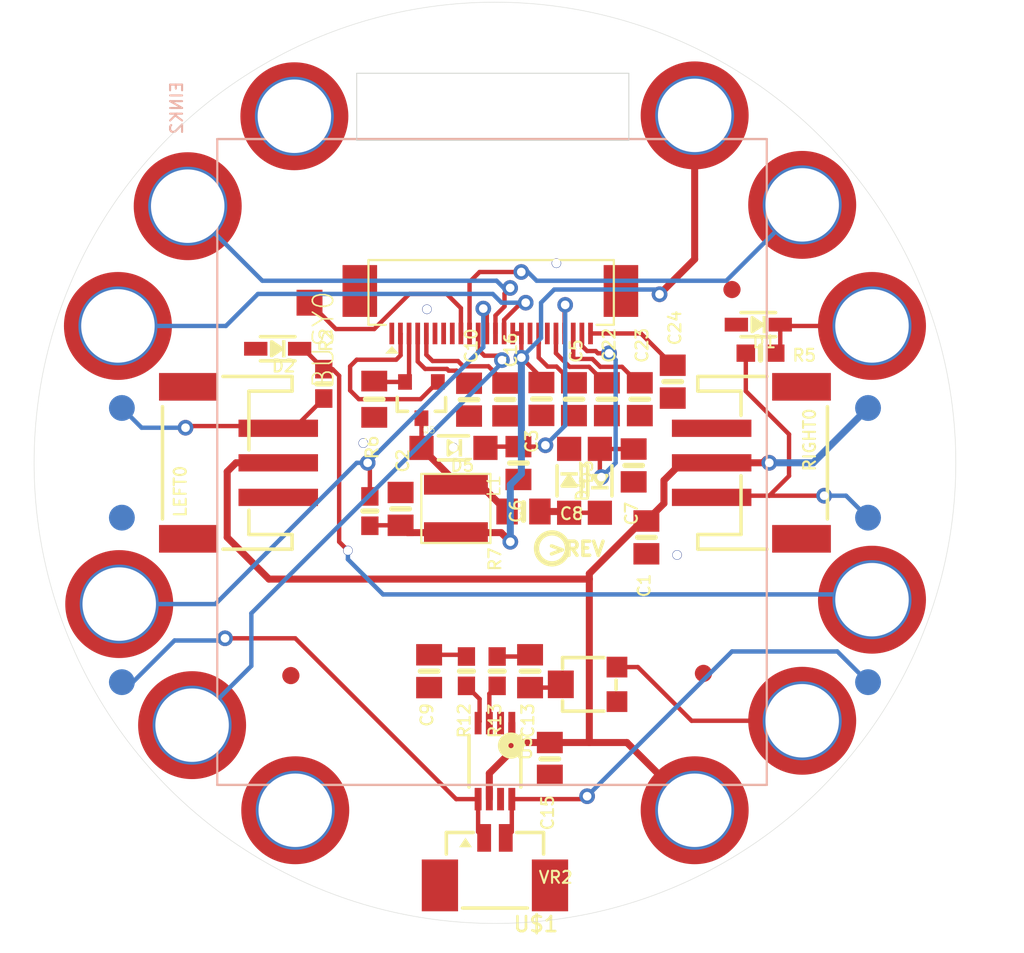
<source format=kicad_pcb>
(kicad_pcb (version 20211014) (generator pcbnew)
  (layers (0 "F.Cu" signal) (1 "In1.Cu" signal) (2 "In2.Cu" signal) (3 "In3.Cu" signal) (4 "In4.Cu" signal) (5 "In5.Cu" signal) (6 "In6.Cu" signal) (7 "In7.Cu" signal) (8 "In8.Cu" signal) (9 "In9.Cu" signal) (10 "In10.Cu" signal) (11 "In11.Cu" signal) (12 "In12.Cu" signal) (13 "In13.Cu" signal) (14 "In14.Cu" signal) (31 "B.Cu" signal) (34 "B.Paste" user) (35 "F.Paste" user) (36 "B.SilkS" user "B.Silkscreen") (37 "F.SilkS" user "F.Silkscreen") (38 "B.Mask" user) (39 "F.Mask" user) (44 "Edge.Cuts" user))
  (net 0 "")
  (net 1 "GND")
  (net 2 "3.3V")
  (net 3 "A0_SPEAKER")
  (net 4 "V+")
  (net 5 "N$19")
  (net 6 "N$20")
  (net 7 "N$21")
  (net 8 "N$22")
  (net 9 "N$23")
  (net 10 "SPKR+")
  (net 11 "SPKR-")
  (net 12 "A7_EINK_DC")
  (net 13 "VGH")
  (net 14 "VGL")
  (net 15 "A2")
  (net 16 "BUSY")
  (net 17 "A6_EINK_CS")
  (net 18 "GDR")
  (net 19 "RESE")
  (net 20 "N$4")
  (net 21 "N$5")
  (net 22 "N$6")
  (net 23 "N$27")
  (net 24 "N$33")
  (net 25 "N$2")
  (net 26 "N$3")
  (net 27 "N$9")
  (net 28 "A3_EINK_RST")
  (net 29 "SDA_MOSI")
  (net 30 "A1")
  (net 31 "SCL_SCK")
  (net 32 "A2_")
  (net 33 "A1_")
  (footprint "boardEagle:0603-NO" (layer "F.Cu") (at 138.5951 100.4316 90)
    (fp_text reference "R2" (at 1.778 0.127 90) (layer "F.SilkS") (effects (font (size 0.692831 0.692831) (thickness 0.119969)) (justify left)))
    (fp_text value "1K")
    (pad "1" smd rect (at -0.85 0 90) (size 1.075 1) (layers "F.Cu" "F.Paste" "F.Mask") (net 33 "A1_"))
    (pad "2" smd rect (at 0.85 0 90) (size 1.075 1) (layers "F.Cu" "F.Paste" "F.Mask") (net 30 "A1"))
  )
  (footprint "boardEagle:FIDUCIAL_1MM" (layer "F.Cu") (at 162.2171 94.9706)
    (fp_text reference "U$2" hide)
    (fp_text value "FIDUCIAL_1MM" hide)
    (pad "1" smd roundrect (at 0 0) (size 1 1) (layers "F.Cu" "F.Mask") (roundrect_rratio 0.5))
  )
  (footprint "boardEagle:0805-NO" (layer "F.Cu") (at 150.5331 117.0686 -90)
    (fp_text reference "C13" (at 1.778 0.127 90) (layer "F.SilkS") (effects (font (size 0.692831 0.692831) (thickness 0.119969)) (justify right)))
    (fp_text value "1uF")
    (pad "1" smd rect (at -0.95 0 270) (size 1.24 1.5) (layers "F.Cu" "F.Paste" "F.Mask") (net 8 "N$22"))
    (pad "2" smd rect (at 0.95 0 270) (size 1.24 1.5) (layers "F.Cu" "F.Paste" "F.Mask") (net 9 "N$23"))
  )
  (footprint "boardEagle:0805-NO" (layer "F.Cu") (at 147.0025 101.346 90)
    (fp_text reference "C10" (at 2.032 0.127 90) (layer "F.SilkS") (effects (font (size 0.692831 0.692831) (thickness 0.119969)) (justify left)))
    (fp_text value "1uF/10V")
    (pad "1" smd rect (at -0.95 0 90) (size 1.24 1.5) (layers "F.Cu" "F.Paste" "F.Mask") (net 1 "GND"))
    (pad "2" smd rect (at 0.95 0 90) (size 1.24 1.5) (layers "F.Cu" "F.Paste" "F.Mask") (net 27 "N$9"))
  )
  (footprint "boardEagle:JSTPH3" (layer "F.Cu") (at 163.7411 105.0036 -90)
    (fp_text reference "RIGHT0" (at -3.2225 -2.9685 90) (layer "F.SilkS") (effects (font (size 0.692831 0.692831) (thickness 0.119969)) (justify right)))
    (fp_text value "JST PH 3")
    (pad "1" smd rect (at -2 2.7 270) (size 1 4.6) (layers "F.Cu" "F.Paste" "F.Mask") (net 1 "GND"))
    (pad "2" smd rect (at 0 2.7 270) (size 1 4.6) (layers "F.Cu" "F.Paste" "F.Mask") (net 4 "V+"))
    (pad "3" smd rect (at 2 2.7 270) (size 1 4.6) (layers "F.Cu" "F.Paste" "F.Mask") (net 32 "A2_"))
    (pad "NC1" smd rect (at -4.4 -2.5) (size 3.4 1.6) (layers "F.Cu" "F.Paste" "F.Mask"))
    (pad "NC2" smd rect (at 4.4 -2.5) (size 3.4 1.6) (layers "F.Cu" "F.Paste" "F.Mask"))
  )
  (footprint "boardEagle:SMT_NUT_3MM" (layer "F.Cu") (at 126.6825 97.0788 90)
    (fp_text reference "TP11" hide)
    (fp_text value "SEWTAP_SMTNUTM3" hide)
    (fp_circle (center 0 0) (end 2.6162 0) (layer "F.Cu") (width 1.016) (fill none))
    (pad "P$1" thru_hole circle (at 0 0 90) (size 4.572 4.572) (drill 4.25) (layers *.Cu *.Mask) (net 29 "SDA_MOSI"))
  )
  (footprint "boardEagle:SOD-323" (layer "F.Cu") (at 163.7411 97.0026 180)
    (fp_text reference "D1" (at -1.1 -1) (layer "F.SilkS") (effects (font (size 0.692831 0.692831) (thickness 0.119969)) (justify right)))
    (fp_text value "3.6V")
    (pad "A" smd rect (at 1.27 0 180) (size 1.35 0.8) (layers "F.Cu" "F.Paste" "F.Mask") (net 1 "GND"))
    (pad "C" smd rect (at -1.27 0 180) (size 1.35 0.8) (layers "F.Cu" "F.Paste" "F.Mask") (net 15 "A2"))
  )
  (footprint "boardEagle:SMT_NUT_3MM" (layer "F.Cu") (at 166.2811 119.9388 90)
    (fp_text reference "TP9" hide)
    (fp_text value "SEWTAP_SMTNUTM3" hide)
    (fp_circle (center 0 0) (end 2.6162 0) (layer "F.Cu") (width 1.016) (fill none))
    (pad "P$1" thru_hole circle (at 0 0 90) (size 4.572 4.572) (drill 4.25) (layers *.Cu *.Mask) (net 3 "A0_SPEAKER"))
  )
  (footprint "boardEagle:0805-NO" (layer "F.Cu") (at 143.0401 107.6706 90)
    (fp_text reference "C2" (at 2.032 0.127 90) (layer "F.SilkS") (effects (font (size 0.692831 0.692831) (thickness 0.119969)) (justify left)))
    (fp_text value "10uF")
    (pad "1" smd rect (at -0.95 0 90) (size 1.24 1.5) (layers "F.Cu" "F.Paste" "F.Mask") (net 2 "3.3V"))
    (pad "2" smd rect (at 0.95 0 90) (size 1.24 1.5) (layers "F.Cu" "F.Paste" "F.Mask") (net 1 "GND"))
  )
  (footprint "boardEagle:SOD-123" (layer "F.Cu") (at 146.1008 104.14 180)
    (fp_text reference "D5" (at -1.27 -1.016) (layer "F.SilkS") (effects (font (size 0.692831 0.692831) (thickness 0.119969)) (justify right)))
    (fp_text value "MBR0530")
    (pad "A" smd rect (at 1.85 0 270) (size 1.4 1.4) (layers "F.Cu" "F.Paste" "F.Mask") (net 26 "N$3"))
    (pad "C" smd rect (at -1.85 0 270) (size 1.4 1.4) (layers "F.Cu" "F.Paste" "F.Mask") (net 13 "VGH"))
  )
  (footprint "boardEagle:53398-0271" (layer "F.Cu") (at 148.5011 127.9906 180)
    (fp_text reference "U$1" (at -3.75 -3.73) (layer "F.SilkS") (effects (font (size 0.866038 0.866038) (thickness 0.149962)) (justify right)))
    (fp_text value "CON_MOLEX_2P")
    (pad "1" smd rect (at 0.625 1.27) (size 0.8 1.6) (layers "F.Cu" "F.Paste" "F.Mask") (net 10 "SPKR+"))
    (pad "2" smd rect (at -0.625 1.27) (size 0.8 1.6) (layers "F.Cu" "F.Paste" "F.Mask") (net 11 "SPKR-"))
    (pad "M1" smd rect (at 3.185 -1.48 90) (size 3 2.1) (layers "F.Cu" "F.Paste" "F.Mask"))
    (pad "M2" smd rect (at -3.185 -1.48 90) (size 3 2.1) (layers "F.Cu" "F.Paste" "F.Mask"))
  )
  (footprint "boardEagle:SMT_NUT_3MM" (layer "F.Cu") (at 136.9441 125.1204 90)
    (fp_text reference "TP5" hide)
    (fp_text value "SEWTAP_SMTNUTM3" hide)
    (fp_circle (center 0 0) (end 2.6162 0) (layer "F.Cu") (width 1.016) (fill none))
    (pad "P$1" thru_hole circle (at 0 0 90) (size 4.572 4.572) (drill 4.25) (layers *.Cu *.Mask) (net 1 "GND"))
  )
  (footprint "boardEagle:SMT_NUT_3MM" (layer "F.Cu") (at 166.2811 90.0684 90)
    (fp_text reference "TP6" hide)
    (fp_text value "SEWTAP_SMTNUTM3" hide)
    (fp_circle (center 0 0) (end 2.6162 0) (layer "F.Cu") (width 1.016) (fill none))
    (pad "P$1" thru_hole circle (at 0 0 90) (size 4.572 4.572) (drill 4.25) (layers *.Cu *.Mask) (net 28 "A3_EINK_RST"))
  )
  (footprint "boardEagle:0805-NO" (layer "F.Cu") (at 150.1521 107.823)
    (fp_text reference "C8" (at 2.032 0.127) (layer "F.SilkS") (effects (font (size 0.692831 0.692831) (thickness 0.119969)) (justify left)))
    (fp_text value "10uF/25V")
    (pad "1" smd rect (at -0.95 0) (size 1.24 1.5) (layers "F.Cu" "F.Paste" "F.Mask") (net 26 "N$3"))
    (pad "2" smd rect (at 0.95 0) (size 1.24 1.5) (layers "F.Cu" "F.Paste" "F.Mask") (net 25 "N$2"))
  )
  (footprint "boardEagle:TRIMPOT_BOURNS_3303W" (layer "F.Cu") (at 153.9621 117.8306 90)
    (fp_text reference "VR2" (at -11.176 -0.889) (layer "F.SilkS") (effects (font (size 0.692831 0.692831) (thickness 0.119969)) (justify right)))
    (fp_text value "10K trim")
    (pad "1" smd rect (at -1 1.6 180) (size 1.2 1.2) (layers "F.Cu" "F.Paste" "F.Mask") (net 1 "GND"))
    (pad "2" smd rect (at 0 -1.65 90) (size 1.6 1.5) (layers "F.Cu" "F.Paste" "F.Mask") (net 9 "N$23"))
    (pad "3" smd rect (at 1 1.6 180) (size 1.2 1.2) (layers "F.Cu" "F.Paste" "F.Mask") (net 3 "A0_SPEAKER"))
  )
  (footprint "boardEagle:0805-NO" (layer "F.Cu") (at 156.5275 105.156 -90)
    (fp_text reference "C7" (at 2.032 0.127 90) (layer "F.SilkS") (effects (font (size 0.692831 0.692831) (thickness 0.119969)) (justify right)))
    (fp_text value "1uF/25V")
    (pad "1" smd rect (at -0.95 0 270) (size 1.24 1.5) (layers "F.Cu" "F.Paste" "F.Mask") (net 14 "VGL"))
    (pad "2" smd rect (at 0.95 0 270) (size 1.24 1.5) (layers "F.Cu" "F.Paste" "F.Mask") (net 1 "GND"))
  )
  (footprint "boardEagle:0805-NO" (layer "F.Cu") (at 153.0731 101.3206 90)
    (fp_text reference "C5" (at 2.032 0.127 90) (layer "F.SilkS") (effects (font (size 0.692831 0.692831) (thickness 0.119969)) (justify left)))
    (fp_text value "1uF/10V")
    (pad "1" smd rect (at -0.95 0 90) (size 1.24 1.5) (layers "F.Cu" "F.Paste" "F.Mask") (net 1 "GND"))
    (pad "2" smd rect (at 0.95 0 90) (size 1.24 1.5) (layers "F.Cu" "F.Paste" "F.Mask") (net 21 "N$5"))
  )
  (footprint "boardEagle:SMT_NUT_3MM" (layer "F.Cu") (at 160.0581 125.1204 90)
    (fp_text reference "TP3" hide)
    (fp_text value "SEWTAP_SMTNUTM3" hide)
    (fp_circle (center 0 0) (end 2.6162 0) (layer "F.Cu") (width 1.016) (fill none))
    (pad "P$1" thru_hole circle (at 0 0 90) (size 4.572 4.572) (drill 4.25) (layers *.Cu *.Mask) (net 4 "V+"))
  )
  (footprint "boardEagle:SOT23-3" (layer "F.Cu") (at 144.2466 101.3206 180)
    (fp_text reference "Q5" (at -0.8255 -1.778) (layer "F.SilkS") (effects (font (size 0.376489 0.376489) (thickness 0.029911)) (justify right)))
    (fp_text value "IRLML0100")
    (pad "1" smd rect (at -0.95 1 180) (size 0.8 0.9) (layers "F.Cu" "F.Paste" "F.Mask") (net 18 "GDR"))
    (pad "2" smd rect (at 0.95 1 180) (size 0.8 0.9) (layers "F.Cu" "F.Paste" "F.Mask") (net 19 "RESE"))
    (pad "3" smd rect (at 0 -1.1 180) (size 0.8 0.9) (layers "F.Cu" "F.Paste" "F.Mask") (net 26 "N$3"))
  )
  (footprint "boardEagle:SOD-123" (layer "F.Cu") (at 152.7937 106.045 -90)
    (fp_text reference "D3" (at -1.27 -1.016 90) (layer "F.SilkS") (effects (font (size 0.692831 0.692831) (thickness 0.119969)) (justify right)))
    (fp_text value "MBR0530")
    (pad "A" smd rect (at 1.85 0) (size 1.4 1.4) (layers "F.Cu" "F.Paste" "F.Mask") (net 25 "N$2"))
    (pad "C" smd rect (at -1.85 0) (size 1.4 1.4) (layers "F.Cu" "F.Paste" "F.Mask") (net 1 "GND"))
  )
  (footprint "boardEagle:0603-NO" (layer "F.Cu") (at 141.2621 107.7976 -90)
    (fp_text reference "R7" (at 2.032 -7.239 90) (layer "F.SilkS") (effects (font (size 0.692831 0.692831) (thickness 0.119969)) (justify right)))
    (fp_text value "100K")
    (pad "1" smd rect (at -0.85 0 270) (size 1.075 1) (layers "F.Cu" "F.Paste" "F.Mask") (net 17 "A6_EINK_CS"))
    (pad "2" smd rect (at 0.85 0 270) (size 1.075 1) (layers "F.Cu" "F.Paste" "F.Mask") (net 2 "3.3V"))
  )
  (footprint "boardEagle:0805-NO" (layer "F.Cu") (at 158.7881 100.3046 90)
    (fp_text reference "C24" (at 2.032 0.127 90) (layer "F.SilkS") (effects (font (size 0.692831 0.692831) (thickness 0.119969)) (justify left)))
    (fp_text value "1uF")
    (pad "1" smd rect (at -0.95 0 90) (size 1.24 1.5) (layers "F.Cu" "F.Paste" "F.Mask") (net 1 "GND"))
    (pad "2" smd rect (at 0.95 0 90) (size 1.24 1.5) (layers "F.Cu" "F.Paste" "F.Mask") (net 24 "N$33"))
  )
  (footprint "boardEagle:FIDUCIAL_1MM" (layer "F.Cu") (at 160.5661 117.1956)
    (fp_text reference "U$6" hide)
    (fp_text value "FIDUCIAL_1MM" hide)
    (pad "1" smd roundrect (at 0 0) (size 1 1) (layers "F.Cu" "F.Mask") (roundrect_rratio 0.5))
  )
  (footprint "boardEagle:0603-NO" (layer "F.Cu") (at 148.6281 117.0686 -90)
    (fp_text reference "R13" (at 1.778 0.127 90) (layer "F.SilkS") (effects (font (size 0.692831 0.692831) (thickness 0.119969)) (justify right)))
    (fp_text value "100")
    (pad "1" smd rect (at -0.85 0 270) (size 1.075 1) (layers "F.Cu" "F.Paste" "F.Mask") (net 8 "N$22"))
    (pad "2" smd rect (at 0.85 0 270) (size 1.075 1) (layers "F.Cu" "F.Paste" "F.Mask") (net 6 "N$20"))
  )
  (footprint "boardEagle:0603-NO" (layer "F.Cu") (at 163.8681 98.6536)
    (fp_text reference "R5" (at 1.778 0.127) (layer "F.SilkS") (effects (font (size 0.692831 0.692831) (thickness 0.119969)) (justify left)))
    (fp_text value "1K")
    (pad "1" smd rect (at -0.85 0) (size 1.075 1) (layers "F.Cu" "F.Paste" "F.Mask") (net 32 "A2_"))
    (pad "2" smd rect (at 0.85 0) (size 1.075 1) (layers "F.Cu" "F.Paste" "F.Mask") (net 15 "A2"))
  )
  (footprint "boardEagle:0805-NO" (layer "F.Cu") (at 151.1895 101.307 90)
    (fp_text reference "C3" (at -1.694 -0.5635 90) (layer "F.SilkS") (effects (font (size 0.692831 0.692831) (thickness 0.119969)) (justify right)))
    (fp_text value "10uF/10V+")
    (pad "1" smd rect (at -0.95 0 90) (size 1.24 1.5) (layers "F.Cu" "F.Paste" "F.Mask") (net 1 "GND"))
    (pad "2" smd rect (at 0.95 0 90) (size 1.24 1.5) (layers "F.Cu" "F.Paste" "F.Mask") (net 2 "3.3V"))
  )
  (footprint "boardEagle:FIDUCIAL_1MM" (layer "F.Cu") (at 136.6901 117.3226)
    (fp_text reference "U$3" hide)
    (fp_text value "FIDUCIAL_1MM" hide)
    (pad "1" smd roundrect (at 0 0) (size 1 1) (layers "F.Cu" "F.Mask") (roundrect_rratio 0.5))
  )
  (footprint "boardEagle:MSOP8_0.65MM" (layer "F.Cu") (at 148.5011 122.2756 180)
    (fp_text reference "U5" (at -1.778 1.524 90) (layer "F.SilkS") (effects (font (size 0.692831 0.692831) (thickness 0.119969)) (justify right)))
    (fp_text value "PAM8302AASCR")
    (pad "1" smd rect (at -0.975 2.2 270) (size 1.3 0.4) (layers "F.Cu" "F.Paste" "F.Mask") (net 4 "V+"))
    (pad "2" smd rect (at -0.325 2.2 270) (size 1.3 0.4) (layers "F.Cu" "F.Paste" "F.Mask"))
    (pad "3" smd rect (at 0.325 2.2 270) (size 1.3 0.4) (layers "F.Cu" "F.Paste" "F.Mask") (net 6 "N$20"))
    (pad "4" smd rect (at 0.975 2.2 270) (size 1.3 0.4) (layers "F.Cu" "F.Paste" "F.Mask") (net 5 "N$19"))
    (pad "5" smd rect (at 0.975 -2.2 270) (size 1.3 0.4) (layers "F.Cu" "F.Paste" "F.Mask") (net 10 "SPKR+"))
    (pad "6" smd rect (at 0.325 -2.2 270) (size 1.3 0.4) (layers "F.Cu" "F.Paste" "F.Mask") (net 4 "V+"))
    (pad "7" smd rect (at -0.325 -2.2 270) (size 1.3 0.4) (layers "F.Cu" "F.Paste" "F.Mask") (net 1 "GND"))
    (pad "8" smd rect (at -0.975 -2.2 270) (size 1.3 0.4) (layers "F.Cu" "F.Paste" "F.Mask") (net 11 "SPKR-"))
  )
  (footprint "boardEagle:0805-NO" (layer "F.Cu") (at 154.9781 101.3206 90)
    (fp_text reference "C22" (at 2.032 0.127 90) (layer "F.SilkS") (effects (font (size 0.692831 0.692831) (thickness 0.119969)) (justify left)))
    (fp_text value "1uF/25V")
    (pad "1" smd rect (at -0.95 0 90) (size 1.24 1.5) (layers "F.Cu" "F.Paste" "F.Mask") (net 1 "GND"))
    (pad "2" smd rect (at 0.95 0 90) (size 1.24 1.5) (layers "F.Cu" "F.Paste" "F.Mask") (net 22 "N$6"))
  )
  (footprint "boardEagle:0805-NO" (layer "F.Cu") (at 149.0959 101.3342 90)
    (fp_text reference "C16" (at 1.778 0.3175 90) (layer "F.SilkS") (effects (font (size 0.692831 0.692831) (thickness 0.119969)) (justify left)))
    (fp_text value "1uF")
    (pad "1" smd rect (at -0.95 0 90) (size 1.24 1.5) (layers "F.Cu" "F.Paste" "F.Mask") (net 1 "GND"))
    (pad "2" smd rect (at 0.95 0 90) (size 1.24 1.5) (layers "F.Cu" "F.Paste" "F.Mask") (net 20 "N$4"))
  )
  (footprint "boardEagle:SMT_NUT_3MM" (layer "F.Cu") (at 170.3197 97.0788 90)
    (fp_text reference "TP7" hide)
    (fp_text value "SEWTAP_SMTNUTM3" hide)
    (fp_circle (center 0 0) (end 2.6162 0) (layer "F.Cu") (width 1.016) (fill none))
    (pad "P$1" thru_hole circle (at 0 0 90) (size 4.572 4.572) (drill 4.25) (layers *.Cu *.Mask) (net 15 "A2"))
  )
  (footprint "boardEagle:JSTPH3" (layer "F.Cu") (at 133.2611 105.0036 90)
    (fp_text reference "LEFT0" (at -3.2225 -2.9685 90) (layer "F.SilkS") (effects (font (size 0.692831 0.692831) (thickness 0.119969)) (justify left)))
    (fp_text value "JST PH 3")
    (pad "1" smd rect (at -2 2.7 90) (size 1 4.6) (layers "F.Cu" "F.Paste" "F.Mask") (net 1 "GND"))
    (pad "2" smd rect (at 0 2.7 90) (size 1 4.6) (layers "F.Cu" "F.Paste" "F.Mask") (net 4 "V+"))
    (pad "3" smd rect (at 2 2.7 90) (size 1 4.6) (layers "F.Cu" "F.Paste" "F.Mask") (net 33 "A1_"))
    (pad "NC1" smd rect (at -4.4 -2.5 180) (size 3.4 1.6) (layers "F.Cu" "F.Paste" "F.Mask"))
    (pad "NC2" smd rect (at 4.4 -2.5 180) (size 3.4 1.6) (layers "F.Cu" "F.Paste" "F.Mask"))
  )
  (footprint "boardEagle:SOD-123" (layer "F.Cu") (at 154.5717 106.045 90)
    (fp_text reference "D4" (at -1.27 -1.016 90) (layer "F.SilkS") (effects (font (size 0.692831 0.692831) (thickness 0.119969)) (justify left)))
    (fp_text value "MBR0530")
    (pad "A" smd rect (at 1.85 0 180) (size 1.4 1.4) (layers "F.Cu" "F.Paste" "F.Mask") (net 14 "VGL"))
    (pad "C" smd rect (at -1.85 0 180) (size 1.4 1.4) (layers "F.Cu" "F.Paste" "F.Mask") (net 25 "N$2"))
  )
  (footprint "boardEagle:0805-NO" (layer "F.Cu") (at 151.6761 122.1486 -90)
    (fp_text reference "C15" (at 2.032 0.127 90) (layer "F.SilkS") (effects (font (size 0.692831 0.692831) (thickness 0.119969)) (justify right)))
    (fp_text value "10uF")
    (pad "1" smd rect (at -0.95 0 270) (size 1.24 1.5) (layers "F.Cu" "F.Paste" "F.Mask") (net 4 "V+"))
    (pad "2" smd rect (at 0.95 0 270) (size 1.24 1.5) (layers "F.Cu" "F.Paste" "F.Mask") (net 1 "GND"))
  )
  (footprint "boardEagle:0603-NO" (layer "F.Cu") (at 146.8501 117.0686 -90)
    (fp_text reference "R12" (at 1.778 0.127 90) (layer "F.SilkS") (effects (font (size 0.692831 0.692831) (thickness 0.119969)) (justify right)))
    (fp_text value "100")
    (pad "1" smd rect (at -0.85 0 270) (size 1.075 1) (layers "F.Cu" "F.Paste" "F.Mask") (net 7 "N$21"))
    (pad "2" smd rect (at 0.85 0 270) (size 1.075 1) (layers "F.Cu" "F.Paste" "F.Mask") (net 5 "N$19"))
  )
  (footprint "boardEagle:0805-NO" (layer "F.Cu") (at 156.8831 101.3206 90)
    (fp_text reference "C23" (at 2.032 0.127 90) (layer "F.SilkS") (effects (font (size 0.692831 0.692831) (thickness 0.119969)) (justify left)))
    (fp_text value "1uF/25V")
    (pad "1" smd rect (at -0.95 0 90) (size 1.24 1.5) (layers "F.Cu" "F.Paste" "F.Mask") (net 1 "GND"))
    (pad "2" smd rect (at 0.95 0 90) (size 1.24 1.5) (layers "F.Cu" "F.Paste" "F.Mask") (net 23 "N$27"))
  )
  (footprint "boardEagle:0805_10MGAP" (layer "F.Cu") (at 141.5161 101.3206 -90)
    (fp_text reference "R6" (at 2.032 0.127 90) (layer "F.SilkS") (effects (font (size 0.692831 0.692831) (thickness 0.119969)) (justify right)))
    (fp_text value ".47ohm")
    (pad "1" smd rect (at -1.05 0 270) (size 1.2 1.5) (layers "F.Cu" "F.Paste" "F.Mask") (net 19 "RESE"))
    (pad "2" smd rect (at 1.05 0 270) (size 1.2 1.5) (layers "F.Cu" "F.Paste" "F.Mask") (net 1 "GND"))
  )
  (footprint "boardEagle:SMT_NUT_3MM" (layer "F.Cu") (at 160.0581 84.8868 90)
    (fp_text reference "TP2" hide)
    (fp_text value "SEWTAP_SMTNUTM3" hide)
    (fp_circle (center 0 0) (end 2.6162 0) (layer "F.Cu") (width 1.016) (fill none))
    (pad "P$1" thru_hole circle (at 0 0 90) (size 4.572 4.572) (drill 4.25) (layers *.Cu *.Mask) (net 2 "3.3V"))
  )
  (footprint "boardEagle:PCBFEAT-REV-040" (layer "F.Cu") (at 151.8031 109.9566)
    (fp_text reference "U$7" hide)
    (fp_text value "" hide)
    (fp_text user ">REV" (at -0.3556 0.508) (layer "F.SilkS") (effects (font (size 0.8128 0.8128) (thickness 0.2032)) (justify left bottom)))
  )
  (footprint "boardEagle:0805-NO" (layer "F.Cu") (at 157.2641 109.3216 -90)
    (fp_text reference "C1" (at 2.032 0.127 90) (layer "F.SilkS") (effects (font (size 0.692831 0.692831) (thickness 0.119969)) (justify right)))
    (fp_text value "10uF")
    (pad "1" smd rect (at -0.95 0 270) (size 1.24 1.5) (layers "F.Cu" "F.Paste" "F.Mask") (net 4 "V+"))
    (pad "2" smd rect (at 0.95 0 270) (size 1.24 1.5) (layers "F.Cu" "F.Paste" "F.Mask") (net 1 "GND"))
  )
  (footprint "boardEagle:SMT_NUT_3MM" (layer "F.Cu") (at 126.7587 113.1824 90)
    (fp_text reference "TP12" hide)
    (fp_text value "SEWTAP_SMTNUTM3" hide)
    (fp_circle (center 0 0) (end 2.6162 0) (layer "F.Cu") (width 1.016) (fill none))
    (pad "P$1" thru_hole circle (at 0 0 90) (size 4.572 4.572) (drill 4.25) (layers *.Cu *.Mask) (net 17 "A6_EINK_CS"))
  )
  (footprint "boardEagle:0805-NO" (layer "F.Cu") (at 144.6911 117.0686 -90)
    (fp_text reference "C9" (at 1.778 0.127 90) (layer "F.SilkS") (effects (font (size 0.692831 0.692831) (thickness 0.119969)) (justify right)))
    (fp_text value "1uF")
    (pad "1" smd rect (at -0.95 0 270) (size 1.24 1.5) (layers "F.Cu" "F.Paste" "F.Mask") (net 7 "N$21"))
    (pad "2" smd rect (at 0.95 0 270) (size 1.24 1.5) (layers "F.Cu" "F.Paste" "F.Mask") (net 1 "GND"))
  )
  (footprint "boardEagle:SMT_NUT_3MM" (layer "F.Cu") (at 130.7211 90.1446 90)
    (fp_text reference "TP10" hide)
    (fp_text value "SEWTAP_SMTNUTM3" hide)
    (fp_circle (center 0 0) (end 2.6162 0) (layer "F.Cu") (width 1.016) (fill none))
    (pad "P$1" thru_hole circle (at 0 0 90) (size 4.572 4.572) (drill 4.25) (layers *.Cu *.Mask) (net 31 "SCL_SCK"))
  )
  (footprint "boardEagle:INDUCTOR_4X4MM_NR401" (layer "F.Cu") (at 146.2405 107.6452 -90)
    (fp_text reference "L1" (at -2 -2.2 90) (layer "F.SilkS") (effects (font (size 0.726968 0.726968) (thickness 0.085832)) (justify right)))
    (fp_text value "10uH")
    (pad "P$1" smd rect (at -1.4 0 270) (size 1.2 3.7) (layers "F.Cu" "F.Paste" "F.Mask") (net 26 "N$3"))
    (pad "P$2" smd rect (at 1.4 0 270) (size 1.2 3.7) (layers "F.Cu" "F.Paste" "F.Mask") (net 2 "3.3V"))
  )
  (footprint "boardEagle:EINKGIZMO_BACK" (layer "F.Cu") (at 121.8311 131.6736)
    (fp_text reference "U$4" hide)
    (fp_text value "" hide)
  )
  (footprint "boardEagle:TP15SQ" (layer "F.Cu") (at 137.7696 95.7326 -90)
    (fp_text reference "BUSY0" (at -0.7501 -0.8001 90) (layer "F.SilkS") (effects (font (size 1.176528 1.176528) (thickness 0.093472)) (justify right)))
    (fp_text value "TPTP15SQ")
    (pad "TP" smd rect (at 0 0 270) (size 1.5 1.5) (layers "F.Cu" "F.Mask") (net 16 "BUSY"))
  )
  (footprint "boardEagle:0805-NO" (layer "F.Cu") (at 149.86 105.0163 -90)
    (fp_text reference "C6" (at 2.032 0.127 90) (layer "F.SilkS") (effects (font (size 0.692831 0.692831) (thickness 0.119969)) (justify right)))
    (fp_text value "1uF/25V")
    (pad "1" smd rect (at -0.95 0 270) (size 1.24 1.5) (layers "F.Cu" "F.Paste" "F.Mask") (net 13 "VGH"))
    (pad "2" smd rect (at 0.95 0 270) (size 1.24 1.5) (layers "F.Cu" "F.Paste" "F.Mask") (net 1 "GND"))
  )
  (footprint "boardEagle:SMT_NUT_3MM" (layer "F.Cu") (at 130.9751 120.1928 90)
    (fp_text reference "TP13" hide)
    (fp_text value "SEWTAP_SMTNUTM3" hide)
    (fp_circle (center 0 0) (end 2.6162 0) (layer "F.Cu") (width 1.016) (fill none))
    (pad "P$1" thru_hole circle (at 0 0 90) (size 4.572 4.572) (drill 4.25) (layers *.Cu *.Mask) (net 12 "A7_EINK_DC"))
  )
  (footprint "boardEagle:SMT_NUT_3MM" (layer "F.Cu") (at 136.8933 84.9376 90)
    (fp_text reference "TP4" hide)
    (fp_text value "SEWTAP_SMTNUTM3" hide)
    (fp_circle (center 0 0) (end 2.6162 0) (layer "F.Cu") (width 1.016) (fill none))
    (pad "P$1" thru_hole circle (at 0 0 90) (size 4.572 4.572) (drill 4.25) (layers *.Cu *.Mask) (net 1 "GND"))
  )
  (footprint "boardEagle:SMT_NUT_3MM" (layer "F.Cu") (at 170.3197 112.9284 90)
    (fp_text reference "TP8" hide)
    (fp_text value "SEWTAP_SMTNUTM3" hide)
    (fp_circle (center 0 0) (end 2.6162 0) (layer "F.Cu") (width 1.016) (fill none))
    (pad "P$1" thru_hole circle (at 0 0 90) (size 4.572 4.572) (drill 4.25) (layers *.Cu *.Mask) (net 30 "A1"))
  )
  (footprint "boardEagle:SOD-323" (layer "F.Cu") (at 135.9281 98.3996 180)
    (fp_text reference "D2" (at -1.1 -1) (layer "F.SilkS") (effects (font (size 0.692831 0.692831) (thickness 0.119969)) (justify right)))
    (fp_text value "3.6V")
    (pad "A" smd rect (at 1.27 0 180) (size 1.35 0.8) (layers "F.Cu" "F.Paste" "F.Mask") (net 1 "GND"))
    (pad "C" smd rect (at -1.27 0 180) (size 1.35 0.8) (layers "F.Cu" "F.Paste" "F.Mask") (net 30 "A1"))
  )
  (footprint "boardEagle:EINKGIZMO_FRONT" (layer "B.Cu") (at 175.1711 131.6736 180)
    (fp_text reference "U$8" hide)
    (fp_text value "" hide)
  )
  (footprint "boardEagle:TESTPOINT_ROUND_1.5MM_NO" (layer "B.Cu") (at 170.0911 108.1786 180)
    (fp_text reference "TP14" hide)
    (fp_text value "" hide)
    (pad "P$1" smd roundrect (at 0 0 180) (size 1.5 1.5) (layers "B.Cu" "B.Mask") (roundrect_rratio 0.5) (net 32 "A2_"))
  )
  (footprint "boardEagle:EINK_154IN" (layer "B.Cu") (at 134.5311 93.9546 -90)
    (fp_text reference "EINK2" (at -7.9 4.45 -270) (layer "B.SilkS") (effects (font (size 0.692831 0.692831) (thickness 0.119969)) (justify right mirror)))
    (fp_text value "EINK_24PIN_154IN")
    (pad "1" smd rect (at 3.56 -8) (size 0.275 1.25) (layers "F.Cu" "F.Paste" "F.Mask"))
    (pad "2" smd rect (at 3.56 -8.5) (size 0.275 1.25) (layers "F.Cu" "F.Paste" "F.Mask") (net 18 "GDR"))
    (pad "3" smd rect (at 3.56 -9) (size 0.275 1.25) (layers "F.Cu" "F.Paste" "F.Mask") (net 19 "RESE"))
    (pad "4" smd rect (at 3.56 -9.5) (size 0.275 1.25) (layers "F.Cu" "F.Paste" "F.Mask") (net 27 "N$9"))
    (pad "5" smd rect (at 3.56 -10) (size 0.275 1.25) (layers "F.Cu" "F.Paste" "F.Mask") (net 20 "N$4"))
    (pad "6" smd rect (at 3.56 -10.5) (size 0.275 1.25) (layers "F.Cu" "F.Paste" "F.Mask"))
    (pad "7" smd rect (at 3.56 -11) (size 0.275 1.25) (layers "F.Cu" "F.Paste" "F.Mask"))
    (pad "8" smd rect (at 3.56 -11.5) (size 0.275 1.25) (layers "F.Cu" "F.Paste" "F.Mask") (net 1 "GND"))
    (pad "9" smd rect (at 3.56 -12) (size 0.275 1.25) (layers "F.Cu" "F.Paste" "F.Mask") (net 16 "BUSY"))
    (pad "10" smd rect (at 3.56 -12.5) (size 0.275 1.25) (layers "F.Cu" "F.Paste" "F.Mask") (net 28 "A3_EINK_RST"))
    (pad "11" smd rect (at 3.56 -13) (size 0.275 1.25) (layers "F.Cu" "F.Paste" "F.Mask") (net 12 "A7_EINK_DC"))
    (pad "12" smd rect (at 3.56 -13.5) (size 0.275 1.25) (layers "F.Cu" "F.Paste" "F.Mask") (net 17 "A6_EINK_CS"))
    (pad "13" smd rect (at 3.56 -14) (size 0.275 1.25) (layers "F.Cu" "F.Paste" "F.Mask") (net 31 "SCL_SCK"))
    (pad "14" smd rect (at 3.56 -14.5) (size 0.275 1.25) (layers "F.Cu" "F.Paste" "F.Mask") (net 29 "SDA_MOSI"))
    (pad "15" smd rect (at 3.56 -15) (size 0.275 1.25) (layers "F.Cu" "F.Paste" "F.Mask") (net 2 "3.3V"))
    (pad "16" smd rect (at 3.56 -15.5) (size 0.275 1.25) (layers "F.Cu" "F.Paste" "F.Mask") (net 2 "3.3V"))
    (pad "17" smd rect (at 3.56 -16) (size 0.275 1.25) (layers "F.Cu" "F.Paste" "F.Mask") (net 1 "GND"))
    (pad "18" smd rect (at 3.56 -16.5) (size 0.275 1.25) (layers "F.Cu" "F.Paste" "F.Mask") (net 21 "N$5"))
    (pad "19" smd rect (at 3.56 -17) (size 0.275 1.25) (layers "F.Cu" "F.Paste" "F.Mask"))
    (pad "20" smd rect (at 3.56 -17.5) (size 0.275 1.25) (layers "F.Cu" "F.Paste" "F.Mask") (net 22 "N$6"))
    (pad "21" smd rect (at 3.56 -18) (size 0.275 1.25) (layers "F.Cu" "F.Paste" "F.Mask") (net 13 "VGH"))
    (pad "22" smd rect (at 3.56 -18.5) (size 0.275 1.25) (layers "F.Cu" "F.Paste" "F.Mask") (net 23 "N$27"))
    (pad "23" smd rect (at 3.56 -19) (size 0.275 1.25) (layers "F.Cu" "F.Paste" "F.Mask") (net 14 "VGL"))
    (pad "24" smd rect (at 3.56 -19.5) (size 0.275 1.25) (layers "F.Cu" "F.Paste" "F.Mask") (net 24 "N$33"))
    (pad "SPRT1" smd rect (at 1.1 -6.15 270) (size 3 2) (layers "F.Cu" "F.Paste" "F.Mask"))
    (pad "SPRT2" smd rect (at 1.1 -21.26 270) (size 3 2) (layers "F.Cu" "F.Paste" "F.Mask"))
  )
  (footprint "boardEagle:TESTPOINT_ROUND_1.5MM_NO" (layer "B.Cu") (at 170.0911 101.8286 180)
    (fp_text reference "TP17" hide)
    (fp_text value "" hide)
    (pad "P$1" smd roundrect (at 0 0 180) (size 1.5 1.5) (layers "B.Cu" "B.Mask") (roundrect_rratio 0.5) (net 4 "V+"))
  )
  (footprint "boardEagle:TESTPOINT_ROUND_1.5MM_NO" (layer "B.Cu") (at 126.9111 101.8286 180)
    (fp_text reference "TP1" hide)
    (fp_text value "" hide)
    (pad "P$1" smd roundrect (at 0 0 180) (size 1.5 1.5) (layers "B.Cu" "B.Mask") (roundrect_rratio 0.5) (net 33 "A1_"))
  )
  (footprint "boardEagle:TESTPOINT_ROUND_1.5MM_NO" (layer "B.Cu") (at 126.9111 117.7036 180)
    (fp_text reference "TP15" hide)
    (fp_text value "" hide)
    (pad "P$1" smd roundrect (at 0 0 180) (size 1.5 1.5) (layers "B.Cu" "B.Mask") (roundrect_rratio 0.5) (net 10 "SPKR+"))
  )
  (footprint "boardEagle:TESTPOINT_ROUND_1.5MM_NO" (layer "B.Cu") (at 126.9111 108.1786 180)
    (fp_text reference "TP18" hide)
    (fp_text value "" hide)
    (pad "P$1" smd roundrect (at 0 0 180) (size 1.5 1.5) (layers "B.Cu" "B.Mask") (roundrect_rratio 0.5) (net 1 "GND"))
  )
  (footprint "boardEagle:TESTPOINT_ROUND_1.5MM_NO" (layer "B.Cu") (at 170.0911 117.7036 180)
    (fp_text reference "TP16" hide)
    (fp_text value "" hide)
    (pad "P$1" smd roundrect (at 0 0 180) (size 1.5 1.5) (layers "B.Cu" "B.Mask") (roundrect_rratio 0.5) (net 11 "SPKR-"))
  )
  (gr_line (start 140.5001 82.4484) (end 156.2481 82.4484) (layer "Edge.Cuts") (width 0.05))
  (gr_line (start 140.5001 86.3346) (end 140.5001 82.4484) (layer "Edge.Cuts") (width 0.05))
  (gr_circle (center 148.5011 105.0036) (end 175.1711 105.0036) (layer "Edge.Cuts") (width 0.0254) (fill none))
  (gr_line (start 156.2481 86.3346) (end 140.5001 86.3346) (layer "Edge.Cuts") (width 0.05))
  (gr_line (start 156.2481 82.4484) (end 156.2481 86.3346) (layer "Edge.Cuts") (width 0.05))
  (via (at 159.0421 110.3376) (size 0.55) (drill 0.5) (layers "F.Cu" "B.Cu") (net 1))
  (via (at 152.0571 93.4466) (size 0.55) (drill 0.5) (layers "F.Cu" "B.Cu") (net 1))
  (via (at 146.0881 104.1146) (size 0.55) (drill 0.5) (layers "F.Cu" "B.Cu") (net 1))
  (via (at 140.8811 103.8606) (size 0.55) (drill 0.5) (layers "F.Cu" "B.Cu") (net 1))
  (via (at 144.5641 96.1136) (size 0.55) (drill 0.5) (layers "F.Cu" "B.Cu") (net 1))
  (segment (start 150.0311 97.5146) (end 150.0311 98.9136) (width 0.254) (layer "F.Cu") (net 2))
  (segment (start 150.0311 98.9136) (end 151.1895 100.072) (width 0.254) (layer "F.Cu") (net 2))
  (segment (start 146.2405 109.0452) (end 148.8597 109.0452) (width 0.4064) (layer "F.Cu") (net 2))
  (segment (start 151.1895 100.072) (end 151.1895 100.357) (width 0.254) (layer "F.Cu") (net 2))
  (segment (start 160.0581 93.214) (end 158.0261 95.246) (width 0.4064) (layer "F.Cu") (net 2))
  (segment (start 149.5311 97.5146) (end 150.0311 97.5146) (width 0.254) (layer "F.Cu") (net 2))
  (segment (start 146.2405 109.0452) (end 143.4647 109.0452) (width 0.4064) (layer "F.Cu") (net 2))
  (segment (start 143.4647 109.0452) (end 143.0401 108.6206) (width 0.4064) (layer "F.Cu") (net 2))
  (segment (start 160.0581 84.8868) (end 160.0581 93.214) (width 0.4064) (layer "F.Cu") (net 2))
  (segment (start 143.0401 108.6206) (end 141.2891 108.6206) (width 0.254) (layer "F.Cu") (net 2))
  (segment (start 141.2891 108.6206) (end 141.2621 108.6476) (width 0.254) (layer "F.Cu") (net 2))
  (segment (start 148.8597 109.0452) (end 149.3901 109.5756) (width 0.4064) (layer "F.Cu") (net 2))
  (via (at 149.3901 109.5756) (size 0.9064) (drill 0.5) (layers "F.Cu" "B.Cu") (net 2))
  (via (at 158.0261 95.246) (size 0.9064) (drill 0.5) (layers "F.Cu" "B.Cu") (net 2))
  (via (at 150.0311 98.9136) (size 0.9064) (drill 0.5) (layers "F.Cu" "B.Cu") (net 2))
  (segment (start 150.0311 98.9136) (end 151.1681 97.7766) (width 0.254) (layer "B.Cu") (net 2))
  (segment (start 151.9301 94.9706) (end 157.7507 94.9706) (width 0.254) (layer "B.Cu") (net 2))
  (segment (start 149.3901 106.2736) (end 150.0311 105.6326) (width 0.4064) (layer "B.Cu") (net 2))
  (segment (start 149.3901 109.5756) (end 149.3901 106.2736) (width 0.4064) (layer "B.Cu") (net 2))
  (segment (start 151.1681 95.7326) (end 151.9301 94.9706) (width 0.254) (layer "B.Cu") (net 2))
  (segment (start 150.0311 105.6326) (end 150.0311 98.9136) (width 0.4064) (layer "B.Cu") (net 2))
  (segment (start 157.7507 94.9706) (end 158.0261 95.246) (width 0.254) (layer "B.Cu") (net 2))
  (segment (start 151.1681 97.7766) (end 151.1681 95.7326) (width 0.254) (layer "B.Cu") (net 2))
  (segment (start 166.2811 119.9388) (end 159.8803 119.9388) (width 0.254) (layer "F.Cu") (net 3))
  (segment (start 159.8803 119.9388) (end 156.7721 116.8306) (width 0.254) (layer "F.Cu") (net 3))
  (segment (start 156.7721 116.8306) (end 155.5621 116.8306) (width 0.254) (layer "F.Cu") (net 3))
  (segment (start 151.6761 121.1986) (end 149.5421 121.1986) (width 0.4064) (layer "F.Cu") (net 4))
  (segment (start 148.1761 124.4756) (end 148.1761 122.9816) (width 0.4064) (layer "F.Cu") (net 4))
  (segment (start 157.0101 108.3716) (end 153.9621 111.4196) (width 0.4064) (layer "F.Cu") (net 4))
  (segment (start 153.9621 121.1986) (end 151.6761 121.1986) (width 0.4064) (layer "F.Cu") (net 4))
  (segment (start 157.0101 108.3716) (end 157.2641 108.3716) (width 0.4064) (layer "F.Cu") (net 4))
  (segment (start 164.1856 104.8131) (end 164.3761 105.0036) (width 0.4064) (layer "F.Cu") (net 4))
  (segment (start 133.0071 109.3216) (end 135.4201 111.7346) (width 0.4064) (layer "F.Cu") (net 4))
  (segment (start 158.2801 107.3556) (end 157.2641 108.3716) (width 0.4064) (layer "F.Cu") (net 4))
  (segment (start 153.9621 121.1986) (end 153.9621 111.7346) (width 0.4064) (layer "F.Cu") (net 4))
  (segment (start 159.2961 105.0036) (end 158.2801 106.0196) (width 0.4064) (layer "F.Cu") (net 4))
  (segment (start 149.4761 121.1326) (end 149.4761 120.0756) (width 0.4064) (layer "F.Cu") (net 4))
  (segment (start 164.1856 104.8131) (end 163.9951 105.0036) (width 0.4064) (layer "F.Cu") (net 4))
  (segment (start 133.0071 109.3216) (end 133.0071 105.5116) (width 0.4064) (layer "F.Cu") (net 4))
  (segment (start 163.9951 105.0036) (end 161.0411 105.0036) (width 0.4064) (layer "F.Cu") (net 4))
  (segment (start 161.0411 105.0036) (end 159.2961 105.0036) (width 0.4064) (layer "F.Cu") (net 4))
  (segment (start 148.1761 122.9816) (end 149.4761 121.6816) (width 0.4064) (layer "F.Cu") (net 4))
  (segment (start 158.2801 106.0196) (end 158.2801 107.3556) (width 0.4064) (layer "F.Cu") (net 4))
  (segment (start 156.1363 121.1986) (end 153.9621 121.1986) (width 0.4064) (layer "F.Cu") (net 4))
  (segment (start 135.4201 111.7346) (end 153.9621 111.7346) (width 0.4064) (layer "F.Cu") (net 4))
  (segment (start 153.9621 111.4196) (end 153.9621 111.7346) (width 0.4064) (layer "F.Cu") (net 4))
  (segment (start 133.0071 105.5116) (end 133.5151 105.0036) (width 0.4064) (layer "F.Cu") (net 4))
  (segment (start 160.0581 125.1204) (end 156.1363 121.1986) (width 0.4064) (layer "F.Cu") (net 4))
  (segment (start 149.4761 121.6816) (end 149.4761 121.1326) (width 0.4064) (layer "F.Cu") (net 4))
  (segment (start 133.5151 105.0036) (end 135.9611 105.0036) (width 0.4064) (layer "F.Cu") (net 4))
  (segment (start 149.5421 121.1986) (end 149.4761 121.1326) (width 0.4064) (layer "F.Cu") (net 4))
  (via (at 164.3761 105.0036) (size 0.9064) (drill 0.5) (layers "F.Cu" "B.Cu") (net 4))
  (segment (start 164.3761 105.0036) (end 166.9161 105.0036) (width 0.4064) (layer "B.Cu") (net 4))
  (segment (start 166.9161 105.0036) (end 170.0911 101.8286) (width 0.4064) (layer "B.Cu") (net 4))
  (segment (start 147.6121 119.9896) (end 147.5261 120.0756) (width 0.254) (layer "F.Cu") (net 5))
  (segment (start 146.8501 117.9186) (end 147.6121 118.6806) (width 0.254) (layer "F.Cu") (net 5))
  (segment (start 147.6121 118.6806) (end 147.6121 119.9896) (width 0.254) (layer "F.Cu") (net 5))
  (segment (start 148.1761 118.3706) (end 148.6281 117.9186) (width 0.254) (layer "F.Cu") (net 6))
  (segment (start 148.1761 120.0756) (end 148.1761 118.3706) (width 0.254) (layer "F.Cu") (net 6))
  (segment (start 146.7501 116.1186) (end 146.8501 116.2186) (width 0.254) (layer "F.Cu") (net 7))
  (segment (start 144.6911 116.1186) (end 146.7501 116.1186) (width 0.254) (layer "F.Cu") (net 7))
  (segment (start 148.6281 116.2186) (end 150.4331 116.2186) (width 0.254) (layer "F.Cu") (net 8))
  (segment (start 150.4331 116.2186) (end 150.5331 116.1186) (width 0.254) (layer "F.Cu") (net 8))
  (segment (start 150.5331 118.0186) (end 152.1241 118.0186) (width 0.254) (layer "F.Cu") (net 9))
  (segment (start 152.1241 118.0186) (end 152.3121 117.8306) (width 0.254) (layer "F.Cu") (net 9))
  (segment (start 147.5261 124.4756) (end 147.5261 126.3706) (width 0.254) (layer "F.Cu") (net 10))
  (segment (start 146.2561 124.4756) (end 136.9441 115.1636) (width 0.254) (layer "F.Cu") (net 10))
  (segment (start 136.9441 115.1636) (end 132.8801 115.1636) (width 0.254) (layer "F.Cu") (net 10))
  (segment (start 147.5261 126.3706) (end 147.8761 126.7206) (width 0.254) (layer "F.Cu") (net 10))
  (segment (start 147.5261 124.4756) (end 146.2561 124.4756) (width 0.254) (layer "F.Cu") (net 10))
  (via (at 132.8801 115.1636) (size 0.9064) (drill 0.5) (layers "F.Cu" "B.Cu") (net 10))
  (segment (start 132.8801 115.1636) (end 132.7531 115.2906) (width 0.254) (layer "B.Cu") (net 10))
  (segment (start 127.5461 117.7036) (end 126.9111 117.7036) (width 0.254) (layer "B.Cu") (net 10))
  (segment (start 129.9591 115.2906) (end 127.5461 117.7036) (width 0.254) (layer "B.Cu") (net 10))
  (segment (start 132.7531 115.2906) (end 129.9591 115.2906) (width 0.254) (layer "B.Cu") (net 10))
  (segment (start 149.4761 124.4756) (end 153.6671 124.4756) (width 0.254) (layer "F.Cu") (net 11))
  (segment (start 153.6671 124.4756) (end 153.8351 124.3076) (width 0.254) (layer "F.Cu") (net 11))
  (segment (start 149.4761 124.4756) (end 149.4761 126.3706) (width 0.254) (layer "F.Cu") (net 11))
  (segment (start 149.4761 126.3706) (end 149.1261 126.7206) (width 0.254) (layer "F.Cu") (net 11))
  (via (at 153.8351 124.3076) (size 0.9064) (drill 0.5) (layers "F.Cu" "B.Cu") (net 11))
  (segment (start 162.2171 115.9256) (end 168.3131 115.9256) (width 0.254) (layer "B.Cu") (net 11))
  (segment (start 168.3131 115.9256) (end 170.0911 117.7036) (width 0.254) (layer "B.Cu") (net 11))
  (segment (start 153.8351 124.3076) (end 162.2171 115.9256) (width 0.254) (layer "B.Cu") (net 11))
  (segment (start 148.651912 98.802) (end 147.889913 98.802) (width 0.254) (layer "F.Cu") (net 12))
  (segment (start 147.889913 98.802) (end 147.5311 98.443188) (width 0.254) (layer "F.Cu") (net 12))
  (segment (start 148.905912 99.056) (end 148.651912 98.802) (width 0.254) (layer "F.Cu") (net 12))
  (segment (start 147.5311 97.5146) (end 147.5311 98.443188) (width 0.254) (layer "F.Cu") (net 12))
  (via (at 148.905912 99.056) (size 0.9064) (drill 0.5) (layers "F.Cu" "B.Cu") (net 12))
  (segment (start 148.905912 99.056) (end 148.905912 99.213988) (width 0.254) (layer "B.Cu") (net 12))
  (segment (start 134.4041 116.7638) (end 130.9751 120.1928) (width 0.254) (layer "B.Cu") (net 12))
  (segment (start 148.905912 99.213988) (end 134.4041 113.7158) (width 0.254) (layer "B.Cu") (net 12))
  (segment (start 134.4041 113.7158) (end 134.4041 116.7638) (width 0.254) (layer "B.Cu") (net 12))
  (segment (start 151.3434 104.0663) (end 151.4221 103.9876) (width 0.254) (layer "F.Cu") (net 13))
  (segment (start 148.0245 104.0663) (end 147.9508 104.14) (width 0.254) (layer "F.Cu") (net 13))
  (segment (start 149.86 104.0663) (end 148.0245 104.0663) (width 0.254) (layer "F.Cu") (net 13))
  (segment (start 152.5311 95.8936) (end 152.5311 97.5146) (width 0.254) (layer "F.Cu") (net 13))
  (segment (start 152.5651 95.8596) (end 152.5311 95.8936) (width 0.254) (layer "F.Cu") (net 13))
  (segment (start 149.86 104.0663) (end 151.3434 104.0663) (width 0.254) (layer "F.Cu") (net 13))
  (via (at 152.5651 95.8596) (size 0.9064) (drill 0.5) (layers "F.Cu" "B.Cu") (net 13))
  (via (at 151.4221 103.9876) (size 0.9064) (drill 0.5) (layers "F.Cu" "B.Cu") (net 13))
  (segment (start 152.5651 95.8596) (end 152.5651 102.8446) (width 0.254) (layer "B.Cu") (net 13))
  (segment (start 151.4221 103.9876) (end 152.5651 102.8446) (width 0.254) (layer "B.Cu") (net 13))
  (segment (start 153.5311 98.2274) (end 153.8351 98.5314) (width 0.254) (layer "F.Cu") (net 14))
  (segment (start 154.5717 104.195) (end 154.5717 105.7402) (width 0.254) (layer "F.Cu") (net 14))
  (segment (start 154.5827 104.206) (end 154.5717 104.195) (width 0.254) (layer "F.Cu") (net 14))
  (segment (start 154.6606 105.8291) (end 154.5717 105.7402) (width 0.254) (layer "F.Cu") (net 14))
  (segment (start 154.459112 98.6624) (end 155.1051 98.6624) (width 0.254) (layer "F.Cu") (net 14))
  (segment (start 153.5311 97.5146) (end 153.5311 98.2274) (width 0.254) (layer "F.Cu") (net 14))
  (segment (start 154.328112 98.5314) (end 154.459112 98.6624) (width 0.254) (layer "F.Cu") (net 14))
  (segment (start 156.5275 104.206) (end 154.5827 104.206) (width 0.254) (layer "F.Cu") (net 14))
  (segment (start 153.8351 98.5314) (end 154.328112 98.5314) (width 0.254) (layer "F.Cu") (net 14))
  (via (at 155.1051 98.6624) (size 0.9064) (drill 0.5) (layers "F.Cu" "B.Cu") (net 14))
  (via (at 154.6606 105.8291) (size 0.9064) (drill 0.5) (layers "F.Cu" "B.Cu") (net 14))
  (segment (start 155.4861 99.0434) (end 155.4861 105.0036) (width 0.254) (layer "B.Cu") (net 14))
  (segment (start 155.1051 98.6624) (end 155.4861 99.0434) (width 0.254) (layer "B.Cu") (net 14))
  (segment (start 154.6606 105.8291) (end 155.4861 105.0036) (width 0.254) (layer "B.Cu") (net 14))
  (segment (start 170.3197 97.0788) (end 165.0873 97.0788) (width 0.254) (layer "F.Cu") (net 15))
  (segment (start 165.0873 97.0788) (end 165.0111 97.0026) (width 0.254) (layer "F.Cu") (net 15))
  (segment (start 165.0111 97.0026) (end 165.0111 98.3606) (width 0.254) (layer "F.Cu") (net 15))
  (segment (start 165.0111 98.3606) (end 164.7181 98.6536) (width 0.254) (layer "F.Cu") (net 15))
  (segment (start 141.5161 97.2566) (end 139.2936 97.2566) (width 0.254) (layer "F.Cu") (net 16))
  (segment (start 141.5161 97.2566) (end 143.5481 95.2246) (width 0.254) (layer "F.Cu") (net 16))
  (segment (start 143.5481 95.2246) (end 145.7071 95.2246) (width 0.254) (layer "F.Cu") (net 16))
  (segment (start 137.7696 95.7326) (end 139.2936 97.2566) (width 0.254) (layer "F.Cu") (net 16))
  (segment (start 146.5311 96.0486) (end 146.5311 97.5146) (width 0.254) (layer "F.Cu") (net 16))
  (segment (start 145.7071 95.2246) (end 146.5311 96.0486) (width 0.254) (layer "F.Cu") (net 16))
  (segment (start 141.2621 105.0036) (end 141.1351 105.0036) (width 0.254) (layer "F.Cu") (net 17))
  (segment (start 141.2621 106.9476) (end 141.2621 105.0036) (width 0.254) (layer "F.Cu") (net 17))
  (segment (start 148.0311 96.2786) (end 147.825207 96.072707) (width 0.254) (layer "F.Cu") (net 17))
  (segment (start 148.0311 97.5146) (end 148.0311 96.2786) (width 0.254) (layer "F.Cu") (net 17))
  (via (at 147.825207 96.072707) (size 0.9064) (drill 0.5) (layers "F.Cu" "B.Cu") (net 17))
  (via (at 141.1351 105.0036) (size 0.9064) (drill 0.5) (layers "F.Cu" "B.Cu") (net 17))
  (segment (start 140.5001 105.0036) (end 132.3213 113.1824) (width 0.254) (layer "B.Cu") (net 17))
  (segment (start 147.825207 96.072707) (end 147.825207 98.313494) (width 0.254) (layer "B.Cu") (net 17))
  (segment (start 132.3213 113.1824) (end 126.7587 113.1824) (width 0.254) (layer "B.Cu") (net 17))
  (segment (start 141.1351 105.0036) (end 140.5001 105.0036) (width 0.254) (layer "B.Cu") (net 17))
  (segment (start 147.825207 98.313494) (end 141.1351 105.0036) (width 0.254) (layer "B.Cu") (net 17))
  (segment (start 143.0401 98.7806) (end 143.0401 97.5236) (width 0.254) (layer "F.Cu") (net 18))
  (segment (start 140.1191 99.4156) (end 140.5001 99.0346) (width 0.254) (layer "F.Cu") (net 18))
  (segment (start 144.1966 101.3206) (end 140.6271 101.3206) (width 0.254) (layer "F.Cu") (net 18))
  (segment (start 140.5001 99.0346) (end 142.7861 99.0346) (width 0.254) (layer "F.Cu") (net 18))
  (segment (start 140.1191 100.8126) (end 140.1191 99.4156) (width 0.254) (layer "F.Cu") (net 18))
  (segment (start 143.0401 97.5236) (end 143.0311 97.5146) (width 0.254) (layer "F.Cu") (net 18))
  (segment (start 142.7861 99.0346) (end 143.0401 98.7806) (width 0.254) (layer "F.Cu") (net 18))
  (segment (start 140.6271 101.3206) (end 140.1191 100.8126) (width 0.254) (layer "F.Cu") (net 18))
  (segment (start 145.1966 100.3206) (end 144.1966 101.3206) (width 0.254) (layer "F.Cu") (net 18))
  (segment (start 141.5661 100.3206) (end 141.5161 100.2706) (width 0.254) (layer "F.Cu") (net 19))
  (segment (start 143.5311 100.0861) (end 143.2966 100.3206) (width 0.254) (layer "F.Cu") (net 19))
  (segment (start 143.5311 97.5146) (end 143.5311 100.0861) (width 0.254) (layer "F.Cu") (net 19))
  (segment (start 143.2966 100.3206) (end 141.5661 100.3206) (width 0.254) (layer "F.Cu") (net 19))
  (segment (start 146.361682 99.1086) (end 146.668682 99.4156) (width 0.254) (layer "F.Cu") (net 20))
  (segment (start 148.1273 99.4156) (end 149.0959 100.3842) (width 0.254) (layer "F.Cu") (net 20))
  (segment (start 146.668682 99.4156) (end 148.1273 99.4156) (width 0.254) (layer "F.Cu") (net 20))
  (segment (start 144.5311 98.7476) (end 144.8921 99.1086) (width 0.254) (layer "F.Cu") (net 20))
  (segment (start 144.8921 99.1086) (end 146.361682 99.1086) (width 0.254) (layer "F.Cu") (net 20))
  (segment (start 144.5311 97.5146) (end 144.5311 98.7476) (width 0.254) (layer "F.Cu") (net 20))
  (segment (start 151.5491 99.4322) (end 152.06575 99.4322) (width 0.254) (layer "F.Cu") (net 21))
  (segment (start 152.06575 99.4322) (end 153.00415 100.3706) (width 0.254) (layer "F.Cu") (net 21))
  (segment (start 153.00415 100.3706) (end 153.0731 100.3706) (width 0.254) (layer "F.Cu") (net 21))
  (segment (start 151.0311 97.5146) (end 151.0311 98.9142) (width 0.254) (layer "F.Cu") (net 21))
  (segment (start 151.0311 98.9142) (end 151.5491 99.4322) (width 0.254) (layer "F.Cu") (net 21))
  (segment (start 152.8191 99.4458) (end 153.94935 99.4458) (width 0.254) (layer "F.Cu") (net 22))
  (segment (start 152.0311 98.6578) (end 152.8191 99.4458) (width 0.254) (layer "F.Cu") (net 22))
  (segment (start 154.87415 100.3706) (end 154.9781 100.3706) (width 0.254) (layer "F.Cu") (net 22))
  (segment (start 153.94935 99.4458) (end 154.87415 100.3706) (width 0.254) (layer "F.Cu") (net 22))
  (segment (start 152.0311 97.5146) (end 152.0311 98.6578) (width 0.254) (layer "F.Cu") (net 22))
  (segment (start 154.138731 98.9886) (end 154.595931 99.4458) (width 0.254) (layer "F.Cu") (net 23))
  (segment (start 155.85435 99.4458) (end 156.77915 100.3706) (width 0.254) (layer "F.Cu") (net 23))
  (segment (start 156.77915 100.3706) (end 156.8831 100.3706) (width 0.254) (layer "F.Cu") (net 23))
  (segment (start 153.0311 97.5146) (end 153.0311 98.9466) (width 0.254) (layer "F.Cu") (net 23))
  (segment (start 153.0731 98.9886) (end 154.138731 98.9886) (width 0.254) (layer "F.Cu") (net 23))
  (segment (start 154.595931 99.4458) (end 155.85435 99.4458) (width 0.254) (layer "F.Cu") (net 23))
  (segment (start 153.0311 98.9466) (end 153.0731 98.9886) (width 0.254) (layer "F.Cu") (net 23))
  (segment (start 156.9481 97.5146) (end 158.7881 99.3546) (width 0.254) (layer "F.Cu") (net 24))
  (segment (start 154.0311 97.5146) (end 156.9481 97.5146) (width 0.254) (layer "F.Cu") (net 24))
  (segment (start 152.7217 107.823) (end 152.7937 107.895) (width 0.4064) (layer "F.Cu") (net 25))
  (segment (start 152.7937 107.895) (end 154.5717 107.895) (width 0.254) (layer "F.Cu") (net 25))
  (segment (start 151.1021 107.823) (end 152.7217 107.823) (width 0.4064) (layer "F.Cu") (net 25))
  (segment (start 147.6243 106.2452) (end 149.2021 107.823) (width 0.4064) (layer "F.Cu") (net 26))
  (segment (start 146.2405 106.1297) (end 146.2405 106.2452) (width 0.4064) (layer "F.Cu") (net 26))
  (segment (start 144.2508 102.4248) (end 144.2508 104.14) (width 0.254) (layer "F.Cu") (net 26))
  (segment (start 144.2466 102.4206) (end 144.2508 102.4248) (width 0.254) (layer "F.Cu") (net 26))
  (segment (start 144.2508 104.14) (end 146.2405 106.1297) (width 0.4064) (layer "F.Cu") (net 26))
  (segment (start 146.2405 106.2452) (end 147.6243 106.2452) (width 0.4064) (layer "F.Cu") (net 26))
  (segment (start 146.2761 99.6696) (end 147.0025 100.396) (width 0.254) (layer "F.Cu") (net 27))
  (segment (start 144.0311 97.5146) (end 144.0311 99.1366) (width 0.254) (layer "F.Cu") (net 27))
  (segment (start 144.4603 99.5658) (end 145.72285 99.5658) (width 0.254) (layer "F.Cu") (net 27))
  (segment (start 145.72285 99.5658) (end 145.82665 99.6696) (width 0.254) (layer "F.Cu") (net 27))
  (segment (start 145.82665 99.6696) (end 146.2761 99.6696) (width 0.254) (layer "F.Cu") (net 27))
  (segment (start 144.0311 99.1366) (end 144.4603 99.5658) (width 0.254) (layer "F.Cu") (net 27))
  (segment (start 147.0311 97.5146) (end 147.0311 94.5356) (width 0.254) (layer "F.Cu") (net 28))
  (segment (start 147.6121 93.9546) (end 150.0251 93.9546) (width 0.254) (layer "F.Cu") (net 28))
  (segment (start 147.6121 93.9546) (end 147.0311 94.5356) (width 0.254) (layer "F.Cu") (net 28))
  (via (at 150.0251 93.9546) (size 0.9064) (drill 0.5) (layers "F.Cu" "B.Cu") (net 28))
  (segment (start 150.9141 94.4626) (end 150.4061 93.9546) (width 0.254) (layer "B.Cu") (net 28))
  (segment (start 150.0251 93.9546) (end 150.4061 93.9546) (width 0.254) (layer "B.Cu") (net 28))
  (segment (start 161.8869 94.4626) (end 166.2811 90.0684) (width 0.254) (layer "B.Cu") (net 28))
  (segment (start 150.9141 94.4626) (end 161.8869 94.4626) (width 0.254) (layer "B.Cu") (net 28))
  (segment (start 149.0311 96.7266) (end 150.0251 95.7326) (width 0.254) (layer "F.Cu") (net 29))
  (segment (start 149.0311 97.5146) (end 149.0311 96.7266) (width 0.254) (layer "F.Cu") (net 29))
  (segment (start 150.0251 95.7326) (end 150.2791 95.7326) (width 0.254) (layer "F.Cu") (net 29))
  (via (at 150.2791 95.7326) (size 0.9064) (drill 0.5) (layers "F.Cu" "B.Cu") (net 29))
  (segment (start 134.7851 95.2246) (end 132.9309 97.0788) (width 0.254) (layer "B.Cu") (net 29))
  (segment (start 148.8821 95.7326) (end 148.3741 95.2246) (width 0.254) (layer "B.Cu") (net 29))
  (segment (start 150.2791 95.7326) (end 148.8821 95.7326) (width 0.254) (layer "B.Cu") (net 29))
  (segment (start 148.3741 95.2246) (end 134.7851 95.2246) (width 0.254) (layer "B.Cu") (net 29))
  (segment (start 132.9309 97.0788) (end 126.6825 97.0788) (width 0.254) (layer "B.Cu") (net 29))
  (segment (start 139.4841 99.9626) (end 139.4841 109.5756) (width 0.254) (layer "F.Cu") (net 30))
  (segment (start 139.4841 99.9626) (end 139.1031 99.5816) (width 0.254) (layer "F.Cu") (net 30))
  (segment (start 138.5951 99.5816) (end 137.4131 98.3996) (width 0.254) (layer "F.Cu") (net 30))
  (segment (start 137.4131 98.3996) (end 137.1981 98.3996) (width 0.254) (layer "F.Cu") (net 30))
  (segment (start 139.9921 110.0836) (end 139.4841 109.5756) (width 0.254) (layer "F.Cu") (net 30))
  (segment (start 138.5951 99.5816) (end 139.1031 99.5816) (width 0.254) (layer "F.Cu") (net 30))
  (via (at 139.9921 110.0836) (size 0.55) (drill 0.5) (layers "F.Cu" "B.Cu") (net 30))
  (segment (start 170.3197 112.9284) (end 170.0149 112.6236) (width 0.254) (layer "B.Cu") (net 30))
  (segment (start 139.9921 110.5916) (end 139.9921 110.0836) (width 0.254) (layer "B.Cu") (net 30))
  (segment (start 142.0241 112.6236) (end 139.9921 110.5916) (width 0.254) (layer "B.Cu") (net 30))
  (segment (start 170.0149 112.6236) (end 142.0241 112.6236) (width 0.254) (layer "B.Cu") (net 30))
  (segment (start 148.5311 96.474713) (end 149.054312 95.9515) (width 0.254) (layer "F.Cu") (net 31))
  (segment (start 148.5311 97.5146) (end 148.5311 96.474713) (width 0.254) (layer "F.Cu") (net 31))
  (segment (start 149.054312 95.9515) (end 149.054312 95.205425) (width 0.254) (layer "F.Cu") (net 31))
  (segment (start 149.054312 95.205425) (end 149.380512 94.879225) (width 0.254) (layer "F.Cu") (net 31))
  (via (at 149.380512 94.879225) (size 0.9064) (drill 0.5) (layers "F.Cu" "B.Cu") (net 31))
  (segment (start 149.012037 94.879225) (end 148.595412 94.4626) (width 0.254) (layer "B.Cu") (net 31))
  (segment (start 149.380512 94.879225) (end 149.012037 94.879225) (width 0.254) (layer "B.Cu") (net 31))
  (segment (start 148.595412 94.4626) (end 135.0391 94.4626) (width 0.254) (layer "B.Cu") (net 31))
  (segment (start 135.0391 94.4626) (end 130.7211 90.1446) (width 0.254) (layer "B.Cu") (net 31))
  (segment (start 164.3761 106.9086) (end 167.5511 106.9086) (width 0.254) (layer "F.Cu") (net 32))
  (segment (start 163.0181 100.8516) (end 165.5191 103.3526) (width 0.254) (layer "F.Cu") (net 32))
  (segment (start 160.5341 107.0036) (end 161.0411 107.0036) (width 0.254) (layer "F.Cu") (net 32))
  (segment (start 165.5191 105.7656) (end 164.3761 106.9086) (width 0.254) (layer "F.Cu") (net 32))
  (segment (start 165.5191 103.3526) (end 165.5191 105.7656) (width 0.254) (layer "F.Cu") (net 32))
  (segment (start 160.4391 106.9086) (end 160.5341 107.0036) (width 0.254) (layer "F.Cu") (net 32))
  (segment (start 163.0181 98.6536) (end 163.0181 100.8516) (width 0.254) (layer "F.Cu") (net 32))
  (segment (start 164.3761 106.9086) (end 160.4391 106.9086) (width 0.254) (layer "F.Cu") (net 32))
  (via (at 167.5511 106.9086) (size 0.9064) (drill 0.5) (layers "F.Cu" "B.Cu") (net 32))
  (segment (start 167.5511 106.9086) (end 168.8211 106.9086) (width 0.254) (layer "B.Cu") (net 32))
  (segment (start 168.8211 106.9086) (end 170.0911 108.1786) (width 0.254) (layer "B.Cu") (net 32))
  (segment (start 130.5941 102.9716) (end 130.6891 102.8766) (width 0.254) (layer "F.Cu") (net 33))
  (segment (start 135.9611 103.0036) (end 135.8341 102.8766) (width 0.4064) (layer "F.Cu") (net 33))
  (segment (start 135.2931 102.8766) (end 130.6891 102.8766) (width 0.254) (layer "F.Cu") (net 33))
  (segment (start 135.8341 102.8766) (end 135.2931 102.8766) (width 0.4064) (layer "F.Cu") (net 33))
  (segment (start 138.5951 101.2816) (end 137.0001 102.8766) (width 0.254) (layer "F.Cu") (net 33))
  (segment (start 137.0001 102.8766) (end 135.2931 102.8766) (width 0.254) (layer "F.Cu") (net 33))
  (via (at 130.5941 102.9716) (size 0.9064) (drill 0.5) (layers "F.Cu" "B.Cu") (net 33))
  (segment (start 130.5941 102.9716) (end 128.0541 102.9716) (width 0.254) (layer "B.Cu") (net 33))
  (segment (start 128.0541 102.9716) (end 126.9111 101.8286) (width 0.254) (layer "B.Cu") (net 33))
)
</source>
